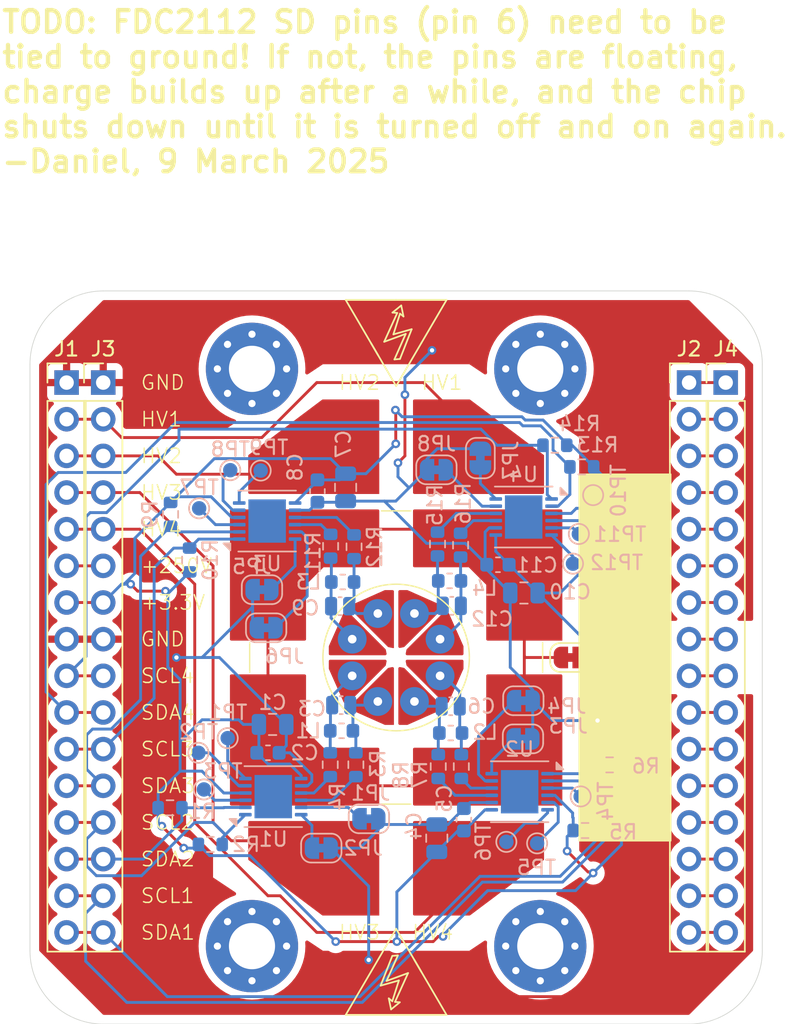
<source format=kicad_pcb>
(kicad_pcb (version 20240108) (generator "pcbnew") (generator_version "8.0")
  (layers (0 "F.Cu" signal) (31 "B.Cu" signal) (34 "B.Paste" user) (35 "F.Paste" user) (36 "B.SilkS" user "B.Silkscreen") (37 "F.SilkS" user "F.Silkscreen") (38 "B.Mask" user) (39 "F.Mask" user) (44 "Edge.Cuts" user))
  (net 0 "")
  (net 1 "SDA4")
  (net 2 "SCL1")
  (net 3 "Net-(J1-Pin_3)")
  (net 4 "SCL4")
  (net 5 "SDA2")
  (net 6 "SCL2")
  (net 7 "Net-(J1-Pin_4)")
  (net 8 "GND")
  (net 9 "Net-(J1-Pin_5)")
  (net 10 "SCL3")
  (net 11 "+250V")
  (net 12 "Net-(J1-Pin_2)")
  (net 13 "SDA3")
  (net 14 "SDA1")
  (net 15 "+3.3V")
  (net 16 "Net-(JP1-A)")
  (net 17 "Net-(J2-Pin_3)")
  (net 18 "Net-(J2-Pin_1)")
  (net 19 "Net-(J2-Pin_10)")
  (net 20 "Net-(J2-Pin_9)")
  (net 21 "Net-(J2-Pin_2)")
  (net 22 "Net-(J2-Pin_6)")
  (net 23 "Net-(J2-Pin_5)")
  (net 24 "Net-(J2-Pin_16)")
  (net 25 "Net-(J2-Pin_8)")
  (net 26 "Net-(J2-Pin_7)")
  (net 27 "Net-(J2-Pin_11)")
  (net 28 "Net-(J2-Pin_13)")
  (net 29 "Net-(J2-Pin_14)")
  (net 30 "Net-(J2-Pin_4)")
  (net 31 "Net-(J2-Pin_12)")
  (net 32 "Net-(J2-Pin_15)")
  (net 33 "Net-(JP2-A)")
  (net 34 "Net-(U1-INTB)")
  (net 35 "Net-(J5-Pin_1)")
  (net 36 "Net-(J6-Pin_1)")
  (net 37 "Net-(U1-CLKIN)")
  (net 38 "Net-(U1-IN0B)")
  (net 39 "Net-(U1-IN0A)")
  (net 40 "Net-(U1-SD)")
  (net 41 "Net-(J8-Pin_1)")
  (net 42 "Net-(J7-Pin_1)")
  (net 43 "Net-(JP3-A)")
  (net 44 "Net-(JP4-A)")
  (net 45 "Net-(U2-IN0B)")
  (net 46 "Net-(U2-IN0A)")
  (net 47 "Net-(U2-CLKIN)")
  (net 48 "Net-(U2-INTB)")
  (net 49 "Net-(U2-SD)")
  (net 50 "Net-(J9-Pin_1)")
  (net 51 "Net-(J10-Pin_1)")
  (net 52 "Net-(JP5-A)")
  (net 53 "Net-(JP6-A)")
  (net 54 "Net-(U3-IN0B)")
  (net 55 "Net-(U3-IN0A)")
  (net 56 "Net-(U3-CLKIN)")
  (net 57 "Net-(U3-INTB)")
  (net 58 "Net-(U3-SD)")
  (net 59 "Net-(J11-Pin_1)")
  (net 60 "Net-(J12-Pin_1)")
  (net 61 "Net-(JP7-A)")
  (net 62 "Net-(JP8-A)")
  (net 63 "Net-(U4-IN0B)")
  (net 64 "Net-(U4-IN0A)")
  (net 65 "Net-(U4-CLKIN)")
  (net 66 "Net-(U4-INTB)")
  (net 67 "Net-(U4-SD)")
  (footprint "levitas_local:PinHeader_1x16_P2.54mm_Vertical" (layer "F.Cu") (at 124.46 69.85)
    (property "Reference" "J3")
    (property "Value" "Conn_01x16_Pin" (hide yes))
  )
  (footprint "levitas_local:PinHeader_1x16_P2.54mm_Vertical" (layer "F.Cu") (at 165.1 69.85)
    (property "Reference" "J2")
    (property "Value" "Conn_01x16_Pin" (hide yes))
  )
  (footprint "MountingHole:MountingHole_3.2mm_M3_Pad_Via" (layer "F.Cu") (at 134.78 108.9)
    (property "Reference" "REF**" (hide yes))
    (property "Value" "MountingHole_3.2mm_M3_Pad_Via" (hide yes))
  )
  (footprint "MountingHole:MountingHole_3.2mm_M3_Pad_Via" (layer "F.Cu") (at 154.78 108.9)
    (property "Reference" "REF**" (hide yes))
    (property "Value" "MountingHole_3.2mm_M3_Pad_Via" (hide yes))
  )
  (footprint "MountingHole:MountingHole_3.2mm_M3_Pad_Via" (layer "F.Cu") (at 154.78 68.9)
    (property "Reference" "REF**" (hide yes))
    (property "Value" "MountingHole_3.2mm_M3_Pad_Via" (hide yes))
  )
  (footprint "MountingHole:MountingHole_3.2mm_M3_Pad_Via" (layer "F.Cu") (at 134.78 68.9)
    (property "Reference" "REF**" (hide yes))
    (property "Value" "MountingHole_3.2mm_M3_Pad_Via" (hide yes))
  )
  (footprint "Jumper:SolderJumper-2_P1.3mm_Bridged_RoundedPad1.0x1.5mm" (layer "F.Cu") (at 156.86 88.9)
    (property "Reference" "REF**" (hide yes))
    (property "Value" "SolderJumper-2_P1.3mm_Bridged_RoundedPad1.0x1.5mm" (hide yes))
  )
  (footprint "levitas_local:cap_sensor" (layer "F.Cu") (at 141.732 90.17)
    (property "Reference" "J6" (hide yes))
    (property "Value" "Conn_01x01_Pin" (hide yes))
  )
  (footprint "levitas_local:PinHeader_1x16_P2.54mm_Vertical" (layer "F.Cu") (at 167.64 69.85)
    (property "Reference" "J4")
    (property "Value" "Conn_01x16_Pin" (hide yes))
  )
  (footprint "levitas_local:cap_sensor" (layer "F.Cu") (at 143.51 91.948)
    (property "Reference" "J5" (hide yes))
    (property "Value" "Conn_01x01_Pin" (hide yes))
  )
  (footprint "levitas_local:PinHeader_1x16_P2.54mm_Vertical" (layer "F.Cu") (at 121.92 69.85)
    (property "Reference" "J1")
    (property "Value" "Conn_01x16_Pin" (hide yes))
  )
  (footprint "TestPoint:TestPoint_Pad_D1.0mm" (layer "B.Cu") (at 154.559 101.7778 180)
    (property "Reference" "TP5")
    (property "Value" "TestPoint" (hide yes))
  )
  (footprint "TestPoint:TestPoint_Pad_D1.0mm" (layer "B.Cu") (at 135.382 75.946 180)
    (property "Reference" "TP9")
    (property "Value" "TestPoint" (hide yes))
  )
  (footprint "Resistor_SMD:R_0603_1608Metric" (layer "B.Cu") (at 147.6502 81.0392 90)
    (property "Reference" "R15")
    (property "Value" "470")
  )
  (footprint "Jumper:SolderJumper-2_P1.3mm_Bridged_RoundedPad1.0x1.5mm" (layer "B.Cu") (at 135.763 86.8426 180)
    (property "Reference" "JP6")
    (property "Value" "SolderJumper_2_Bridged" (hide yes))
  )
  (footprint "Jumper:SolderJumper-2_P1.3mm_Bridged_RoundedPad1.0x1.5mm" (layer "B.Cu") (at 142.89 100.076)
    (property "Reference" "JP1")
    (property "Value" "SolderJumper_2_Bridged" (hide yes))
  )
  (footprint "levitas_local:cap_sensor" (layer "B.Cu") (at 141.732 87.63 180)
    (property "Reference" "J9" (hide yes))
    (property "Value" "Conn_01x01_Pin" (hide yes))
  )
  (footprint "Resistor_SMD:R_0603_1608Metric" (layer "B.Cu") (at 140.2334 81.1916 90)
    (property "Reference" "R11")
    (property "Value" "470")
  )
  (footprint "levitas_local:cap_sensor" (layer "B.Cu") (at 147.828 90.17 180)
    (property "Reference" "J7" (hide yes))
    (property "Value" "Conn_01x01_Pin" (hide yes))
  )
  (footprint "levitas_local:cap_sensor" (layer "B.Cu") (at 146.05 91.948 180)
    (property "Reference" "J8" (hide yes))
    (property "Value" "Conn_01x01_Pin" (hide yes))
  )
  (footprint "Jumper:SolderJumper-2_P1.3mm_Bridged_RoundedPad1.0x1.5mm" (layer "B.Cu") (at 135.4732 84.201 180)
    (property "Reference" "JP5")
    (property "Value" "SolderJumper_2_Bridged" (hide yes))
  )
  (footprint "levitas_local:WSON-12-1EP_4x4mm_P0.5mm_EP2.6x3mm" (layer "B.Cu") (at 153.3469 98.2018 180)
    (property "Reference" "U2")
    (property "Value" "FDC2112")
  )
  (footprint "Capacitor_SMD:C_0603_1608Metric" (layer "B.Cu") (at 135.89 95.504)
    (property "Reference" "C2")
    (property "Value" "100n")
  )
  (footprint "Capacitor_SMD:C_0805_2012Metric" (layer "B.Cu") (at 141.2748 77.1144 -90)
    (property "Reference" "C7")
    (property "Value" "4.7u")
  )
  (footprint "levitas_local:WSON-12-1EP_4x4mm_P0.5mm_EP2.6x3mm" (layer "B.Cu") (at 153.6263 79.1664 180)
    (property "Reference" "U4")
    (property "Value" "FDC2112")
  )
  (footprint "TestPoint:TestPoint_Pad_D1.0mm" (layer "B.Cu") (at 157.5816 98.5266 180)
    (property "Reference" "TP4")
    (property "Value" "TestPoint" (hide yes))
  )
  (footprint "Inductor_SMD:L_0603_1608Metric" (layer "B.Cu") (at 148.4884 83.5914)
    (property "Reference" "L4")
    (property "Value" "18u")
  )
  (footprint "TestPoint:TestPoint_Pad_D1.0mm" (layer "B.Cu") (at 158.4452 77.6478 180)
    (property "Reference" "TP10")
    (property "Value" "TestPoint" (hide yes))
  )
  (footprint "Jumper:SolderJumper-2_P1.3mm_Bridged_RoundedPad1.0x1.5mm" (layer "B.Cu") (at 150.622 75.0824 90)
    (property "Reference" "JP7")
    (property "Value" "SolderJumper_2_Bridged" (hide yes))
  )
  (footprint "Jumper:SolderJumper-2_P1.3mm_Bridged_RoundedPad1.0x1.5mm" (layer "B.Cu") (at 153.5788 94.5388)
    (property "Reference" "JP3")
    (property "Value" "SolderJumper_2_Bridged" (hide yes))
  )
  (footprint "Jumper:SolderJumper-2_P1.3mm_Bridged_RoundedPad1.0x1.5mm" (layer "B.Cu") (at 139.588 102.108)
    (property "Reference" "JP2")
    (property "Value" "SolderJumper_2_Bridged" (hide yes))
  )
  (footprint "TestPoint:TestPoint_Pad_D1.0mm" (layer "B.Cu") (at 157.0482 82.3976 180)
    (property "Reference" "TP12")
    (property "Value" "TestPoint" (hide yes))
  )
  (footprint "levitas_local:cap_sensor" (layer "B.Cu") (at 147.828 87.63 180)
    (property "Reference" "J12" (hide yes))
    (property "Value" "Conn_01x01_Pin")
  )
  (footprint "Resistor_SMD:R_0603_1608Metric" (layer "B.Cu") (at 149.3012 96.456 -90)
    (property "Reference" "R7")
    (property "Value" "470")
  )
  (footprint "Inductor_SMD:L_0603_1608Metric" (layer "B.Cu") (at 141.0717 83.6676)
    (property "Reference" "L3")
    (property "Value" "18u")
  )
  (footprint "Resistor_SMD:R_0603_1608Metric" (layer "B.Cu") (at 157.6578 75.692 180)
    (property "Reference" "R13")
    (property "Value" "4.7k")
  )
  (footprint "TestPoint:TestPoint_Pad_D1.0mm" (layer "B.Cu") (at 157.4546 80.3402 180)
    (property "Reference" "TP11")
    (property "Value" "TestPoint" (hide yes))
  )
  (footprint "TestPoint:TestPoint_Pad_D1.0mm" (layer "B.Cu") (at 131.064 95.504 180)
    (property "Reference" "TP2")
    (property "Value" "TestPoint" (hide yes))
  )
  (footprint "Resistor_SMD:R_0603_1608Metric" (layer "B.Cu") (at 155.7904 74.1934 180)
    (property "Reference" "R14")
    (property "Value" "4.7k")
  )
  (footprint "Resistor_SMD:R_0603_1608Metric" (layer "B.Cu") (at 130.4544 82.1436 90)
    (property "Reference" "R10")
    (property "Value" "4.7k")
  )
  (footprint "Capacitor_SMD:C_0603_1608Metric" (layer "B.Cu") (at 149.479 100.1398 90)
    (property "Reference" "C5")
    (property "Value" "100n")
  )
  (footprint "Inductor_SMD:L_0603_1608Metric" (layer "B.Cu") (at 148.5645 94.1324 180)
    (property "Reference" "L2")
    (property "Value" "18u")
  )
  (footprint "TestPoint:TestPoint_Pad_D1.0mm" (layer "B.Cu") (at 152.4254 101.6762 180)
    (property "Reference" "TP6")
    (property "Value" "TestPoint" (hide yes))
  )
  (footprint "Capacitor_SMD:C_0504_1310Metric_Pad0.83x1.28mm_HandSolder" (layer "B.Cu") (at 140.97 92.202 180)
    (property "Reference" "C3")
    (property "Value" "33p")
  )
  (footprint "Capacitor_SMD:C_0504_1310Metric_Pad0.83x1.28mm_HandSolder" (layer "B.Cu") (at 148.6408 85.3186)
    (property "Reference" "C12")
    (property "Value" "33p")
  )
  (footprint "Resistor_SMD:R_0603_1608Metric" (layer "B.Cu") (at 157.8864 100.8888)
    (property "Reference" "R5")
    (property "Value" "4.7k")
  )
  (footprint "levitas_local:cap_sensor" (layer "B.Cu") (at 146.05 85.852 180)
    (property "Reference" "J11" (hide yes))
    (property "Value" "Conn_01x01_Pin" (hide yes))
  )
  (footprint "Capacitor_SMD:C_0805_2012Metric" (layer "B.Cu") (at 153.6446 84.4296 180)
    (property "Reference" "C10")
    (property "Value" "4.7u")
  )
  (footprint "Resistor_SMD:R_0603_1608Metric" (layer "B.Cu") (at 141.859 81.2292 90)
    (property "Reference" "R12")
    (property "Value" "470")
  )
  (footprint "Capacitor_SMD:C_0805_2012Metric" (layer "B.Cu") (at 136.21 93.538)
    (property "Reference" "C1")
    (property "Value" "4.7u")
  )
  (footprint "Capacitor_SMD:C_0504_1310Metric_Pad0.83x1.28mm_HandSolder" (layer "B.Cu") (at 148.5646 92.2782 180)
    (property "Reference" "C6")
    (property "Value" "33p")
  )
  (footprint "Capacitor_SMD:C_0603_1608Metric" (layer "B.Cu") (at 139.319 77.3684 -90)
    (property "Reference" "C8")
    (property "Value" "100n")
  )
  (footprint "Resistor_SMD:R_0603_1608Metric" (layer "B.Cu") (at 149.2504 81.1154 90)
    (property "Reference" "R16")
    (property "Value" "470")
  )
  (footprint "Jumper:SolderJumper-2_P1.3mm_Bridged_RoundedPad1.0x1.5mm" (layer "B.Cu") (at 147.574 75.8952 180)
    (property "Reference" "JP8")
    (property "Value" "SolderJumper_2_Bridged" (hide yes))
  )
  (footprint "TestPoint:TestPoint_Pad_D1.0mm" (layer "B.Cu") (at 131.1148 78.5622 180)
    (property "Reference" "TP7")
    (property "Value" "TestPoint" (hide yes))
  )
  (footprint "levitas_local:WSON-12-1EP_4x4mm_P0.5mm_EP2.6x3mm" (layer "B.Cu") (at 135.8321 79.4458)
    (property "Reference" "U3")
    (property "Value" "FDC2112")
  )
  (footprint "levitas_local:cap_sensor" (layer "B.Cu") (at 143.51 85.852 180)
    (property "Reference" "J10" (hide yes))
    (property "Value" "Conn_01x01_Pin" (hide yes))
  )
  (footprint "Resistor_SMD:R_0603_1608Metric" (layer "B.Cu") (at 131.889 101.854)
    (property "Reference" "R2")
    (property "Value" "4.7k")
  )
  (footprint "Resistor_SMD:R_0603_1608Metric" (layer "B.Cu") (at 129.095 99.314)
    (property "Reference" "R1")
    (property "Value" "4.7k")
  )
  (footprint "Resistor_SMD:R_0603_1608Metric" (layer "B.Cu") (at 141.986 96.329 -90)
    (property "Reference" "R3")
    (property "Value" "470")
  )
  (footprint "Resistor_SMD:R_0603_1608Metric" (layer "B.Cu") (at 140.208 96.329 -90)
    (property "Reference" "R4")
    (property "Value" "470")
  )
  (footprint "Resistor_SMD:R_0603_1608Metric" (layer "B.Cu") (at 129.1336 78.9808 -90)
    (property "Reference" "R9")
    (property "Value" "4.7k")
  )
  (footprint "Jumper:SolderJumper-2_P1.3mm_Bridged_RoundedPad1.0x1.5mm" (layer "B.Cu") (at 153.6042 91.8972)
    (property "Reference" "JP4")
    (property "Value" "SolderJumper_2_Bridged" (hide yes))
  )
  (footprint "Capacitor_SMD:C_0504_1310Metric_Pad0.83x1.28mm_HandSolder" (layer "B.Cu") (at 140.8938 85.344)
    (property "Reference" "C9")
    (property "Value" "33p")
  )
  (footprint "Capacitor_SMD:C_0603_1608Metric" (layer "B.Cu") (at 151.8412 82.4738 180)
    (property "Reference" "C11")
    (property "Value" "100n")
  )
  (footprint "levitas_local:WSON-12-1EP_4x4mm_P0.5mm_EP2.6x3mm" (layer "B.Cu") (at 136.256 98.54)
    (property "Reference" "U1")
    (property "Value" "FDC2112")
  )
  (footprint "TestPoint:TestPoint_Pad_D1.0mm" (layer "B.Cu") (at 131.445 98.044 180)
    (property "Reference" "TP3")
    (property "Value" "TestPoint" (hide yes))
  )
  (footprint "Capacitor_SMD:C_0805_2012Metric" (layer "B.Cu") (at 147.5994 101.4222 90)
    (property "Reference" "C4")
    (property "Value" "4.7u")
  )
  (footprint "Resistor_SMD:R_0603_1608Metric" (layer "B.Cu") (at 147.701 96.456 -90)
    (property "Reference" "R8")
    (property "Value" "470")
  )
  (footprint "TestPoint:TestPoint_Pad_D1.0mm" (layer "B.Cu") (at 133.096 94.488 180)
    (property "Reference" "TP1")
    (property "Value" "TestPoint" (hide yes))
  )
  (footprint "Inductor_SMD:L_0603_1608Metric" (layer "B.Cu") (at 140.9955 93.98 180)
    (property "Reference" "L1")
    (property "Value" "18u")
  )
  (footprint "Resistor_SMD:R_0603_1608Metric" (layer "B.Cu") (at 159.5882 96.3422 180)
    (property "Reference" "R6")
    (property "Value" "4.7k")
  )
  (footprint "TestPoint:TestPoint_Pad_D1.0mm" (layer "B.Cu") (at 133.2738 75.9206 180)
    (property "Reference" "TP8")
    (property "Value" "TestPoint" (hide yes))
  )
  (gr_poly (pts (xy 147.828 92.456) (xy 147.7772 92.202) (xy 145.288 89.7128) (xy 145.034 89.662) (xy 145.034 93.472) (xy 145.542 93.472)) (stroke (width 0.2)) (fill solid) (layer "F.Cu") (net 41))
  (gr_poly (pts (xy 144.526 89.662) (xy 144.272 89.7128) (xy 141.7828 92.202) (xy 141.732 92.456) (xy 144.018 93.472) (xy 144.526 93.472)) (stroke (width 0.2)) (fill solid) (layer "F.Cu") (net 35))
  (gr_poly (pts (xy 154.94 102.87) (xy 154.94 100.33) (xy 146.05 100.33) (xy 146.05 106.68) (xy 149.86 106.68)) (stroke (width 0.2)) (fill solid) (layer "F.Cu") (net 9))
  (gr_poly (pts (xy 134.62 77.47) (xy 143.51 77.47) (xy 143.51 71.12) (xy 139.7 71.12) (xy 134.62 74.93)) (stroke (width 0.2)) (fill solid) (layer "F.Cu") (net 3))
  (gr_poly (pts (xy 148.336 85.852) (xy 148.082 85.9028) (xy 145.5928 88.392) (xy 145.542 88.646) (xy 149.352 88.646) (xy 149.352 88.138)) (stroke (width 0.2)) (fill solid) (layer "F.Cu") (net 60))
  (gr_poly (pts (xy 134.62 102.87) (xy 134.62 100.33) (xy 143.51 100.33) (xy 143.51 106.68) (xy 139.7 106.68)) (stroke (width 0.2)) (fill solid) (layer "F.Cu") (net 7))
  (gr_poly (pts (xy 146.05 95.25) (xy 149.86 95.25) (xy 151.13 93.98) (xy 151.13 90.17) (xy 156.21 90.17) (xy 156.21 99.06) (xy 146.05 99.06)) (stroke (width 0.2)) (fill solid) (layer "F.Cu") (net 8))
  (gr_poly (pts (xy 151.13 87.63) (xy 151.13 83.82) (xy 149.86 82.55) (xy 146.05 82.55) (xy 146.05 78.74) (xy 156.21 78.74) (xy 156.21 87.63)) (stroke (width 0.2)) (fill solid) (layer "F.Cu") (net 8))
  (gr_poly (pts (xy 141.732 85.344) (xy 141.7828 85.598) (xy 144.272 88.0872) (xy 144.526 88.138) (xy 144.526 84.328) (xy 144.018 84.328)) (stroke (width 0.2)) (fill solid) (layer "F.Cu") (net 51))
  (gr_poly (pts (xy 143.51 82.55) (xy 139.7 82.55) (xy 138.43 83.82) (xy 138.43 87.63) (xy 133.35 87.63) (xy 133.35 78.74) (xy 143.51 78.74)) (stroke (width 0.2)) (fill solid) (layer "F.Cu") (net 8))
  (gr_poly (pts (xy 144.018 88.646) (xy 143.9672 88.392) (xy 141.478 85.9028) (xy 141.224 85.852) (xy 140.208 88.138) (xy 140.208 88.646)) (stroke (width 0.2)) (fill solid) (layer "F.Cu") (net 50))
  (gr_poly (pts (xy 145.542 89.154) (xy 145.5928 89.408) (xy 148.082 91.8972) (xy 148.336 91.948) (xy 149.352 89.662) (xy 149.352 89.154)) (stroke (width 0.2)) (fill solid) (layer "F.Cu") (net 42))
  (gr_poly (pts (xy 141.224 91.948) (xy 141.478 91.8972) (xy 143.9672 89.408) (xy 144.018 89.154) (xy 140.208 89.154) (xy 140.208 89.662)) (stroke (width 0.2)) (fill solid) (layer "F.Cu") (net 36))
  (gr_poly (pts (xy 154.94 77.47) (xy 146.05 77.47) (xy 146.05 71.12) (xy 149.86 71.12) (xy 154.94 74.93)) (stroke (width 0.2)) (fill solid) (layer "F.Cu") (net 12))
  (gr_poly (pts (xy 145.034 88.138) (xy 145.288 88.0872) (xy 147.7772 85.598) (xy 147.828 85.344) (xy 145.542 84.328) (xy 145.034 84.328)) (stroke (width 0.2)) (fill solid) (layer "F.Cu") (net 59))
  (gr_poly (pts (xy 138.43 90.17) (xy 138.43 93.98) (xy 139.7 95.25) (xy 143.51 95.25) (xy 143.51 99.06) (xy 133.35 99.06) (xy 133.35 90.17)) (stroke (width 0.2)) (fill solid) (layer "F.Cu") (net 8))
  (gr_line (start 144.900915 109.542856) (end 144.514362 109.575422) (stroke (width 0.12)) (layer "F.SilkS"))
  (gr_line (start 143.527982 67.955413) (end 141.282064 64.124588) (stroke (width 0.12)) (layer "F.SilkS"))
  (gr_line (start 145.290163 65.26974) (end 145.132072 64.50553) (stroke (width 0.12)) (layer "F.SilkS"))
  (gr_line (start 144.78 64.124588) (end 148.277937 64.124588) (stroke (width 0.12)) (layer "F.SilkS"))
  (gr_line (start 145.609473 110.765189) (end 144.115139 111.314954) (stroke (width 0.12)) (layer "F.SilkS"))
  (gr_line (start 144.588657 66.511268) (end 145.04754 65.070949) (stroke (width 0.12)) (layer "F.SilkS"))
  (gr_line (start 145.444861 66.474634) (end 144.659085 68.246732) (stroke (width 0.12)) (layer "F.SilkS"))
  (gr_line (start 146.032018 109.834175) (end 148.277936 113.665) (stroke (width 0.12)) (layer "F.SilkS"))
  (gr_line (start 145.858859 66.150903) (end 144.588657 66.511268) (stroke (width 0.12)) (layer "F.SilkS"))
  (gr_line (start 144.427928 113.284058) (end 145.036183 112.789712) (stroke (width 0.12)) (layer "F.SilkS"))
  (gr_line (start 143.031031 110.681816) (end 144.78 107.69863) (stroke (width 0.12)) (layer "F.SilkS"))
  (gr_line (start 144.78 70.090958) (end 143.031032 67.107773) (stroke (width 0.12)) (layer "F.SilkS"))
  (gr_line (start 143.950527 67.024399) (end 145.444861 66.474634) (stroke (width 0.12)) (layer "F.SilkS"))
  (gr_line (start 144.514362 109.575422) (end 143.701141 111.638685) (stroke (width 0.12)) (layer "F.SilkS"))
  (gr_line (start 148.277937 64.124588) (end 146.528969 67.107772) (stroke (width 0.12)) (layer "F.SilkS"))
  (gr_line (start 145.036183 112.789712) (end 144.701391 112.766011) (stroke (width 0.12)) (layer "F.SilkS"))
  (gr_line (start 144.78 113.665) (end 141.282063 113.665) (stroke (width 0.12)) (layer "F.SilkS"))
  (gr_line (start 144.78 107.69863) (end 146.528968 110.681815) (stroke (width 0.12)) (layer "F.SilkS"))
  (gr_line (start 143.701141 111.638685) (end 144.971343 111.27832) (stroke (width 0.12)) (layer "F.SilkS"))
  (gr_line (start 144.858609 65.023577) (end 143.950527 67.024399) (stroke (width 0.12)) (layer "F.SilkS"))
  (gr_line (start 143.764 99.06) (end 145.796 99.06) (stroke (width 0.1)) (layer "F.SilkS"))
  (gr_line (start 144.115139 111.314954) (end 144.900915 109.542856) (stroke (width 0.12)) (layer "F.SilkS"))
  (gr_line (start 143.764 78.74) (end 145.796 78.74) (stroke (width 0.1)) (layer "F.SilkS"))
  (gr_line (start 145.132072 64.50553) (end 144.523817 64.999876) (stroke (width 0.12)) (layer "F.SilkS"))
  (gr_line (start 144.51246 112.718639) (end 144.269837 112.519848) (stroke (width 0.12)) (layer "F.SilkS"))
  (gr_line (start 141.282063 113.665) (end 143.031031 110.681816) (stroke (width 0.12)) (layer "F.SilkS"))
  (gr_line (start 134.62 87.884) (end 134.62 89.916) (stroke (width 0.1)) (layer "F.SilkS"))
  (gr_line (start 148.277936 113.665) (end 144.78 113.665) (stroke (width 0.12)) (layer "F.SilkS"))
  (gr_line (start 154.94 87.884) (end 154.94 89.916) (stroke (width 0.1)) (layer "F.SilkS"))
  (gr_line (start 145.04754 65.070949) (end 145.290163 65.26974) (stroke (width 0.12)) (layer "F.SilkS"))
  (gr_line (start 146.528969 67.107772) (end 144.78 70.090958) (stroke (width 0.12)) (layer "F.SilkS"))
  (gr_line (start 144.659085 68.246732) (end 145.045638 68.214166) (stroke (width 0.12)) (layer "F.SilkS"))
  (gr_rect (start 157.48 76.2) (end 163.83 101.6) (stroke (width 0.1)) (fill solid) (layer "F.SilkS"))
  (gr_line (start 144.523817 64.999876) (end 144.858609 65.023577) (stroke (width 0.12)) (layer "F.SilkS"))
  (gr_line (start 141.282064 64.124588) (end 144.78 64.124588) (stroke (width 0.12)) (layer "F.SilkS"))
  (gr_line (start 145.045638 68.214166) (end 145.858859 66.150903) (stroke (width 0.12)) (layer "F.SilkS"))
  (gr_line (start 144.269837 112.519848) (end 144.427928 113.284058) (stroke (width 0.12)) (layer "F.SilkS"))
  (gr_circle (center 144.78 88.9) (end 149.86 88.9) (stroke (width 0.1)) (fill none) (layer "F.SilkS"))
  (gr_line (start 144.701391 112.766011) (end 145.609473 110.765189) (stroke (width 0.12)) (layer "F.SilkS"))
  (gr_line (start 144.971343 111.27832) (end 144.51246 112.718639) (stroke (width 0.12)) (layer "F.SilkS"))
  (gr_line (start 170.18 109.22) (end 170.18 68.58) (stroke (width 0.05)) (layer "Edge.Cuts"))
  (gr_arc (start 119.38 68.58) (mid 120.867898 64.987898) (end 124.46 63.5) (stroke (width 0.05)) (layer "Edge.Cuts"))
  (gr_line (start 124.46 63.5) (end 165.1 63.5) (stroke (width 0.05)) (layer "Edge.Cuts"))
  (gr_arc (start 165.1 63.5) (mid 168.692102 64.987898) (end 170.18 68.58) (stroke (width 0.05)) (layer "Edge.Cuts"))
  (gr_arc (start 170.18 109.22) (mid 168.692102 112.812102) (end 165.1 114.3) (stroke (width 0.05)) (layer "Edge.Cuts"))
  (gr_line (start 124.46 114.3) (end 165.1 114.3) (stroke (width 0.05)) (layer "Edge.Cuts"))
  (gr_line (start 119.38 68.58) (end 119.38 109.22) (stroke (width 0.05)) (layer "Edge.Cuts"))
  (gr_arc (start 124.46 114.3) (mid 120.867898 112.812102) (end 119.38 109.22) (stroke (width 0.05)) (layer "Edge.Cuts"))
  (gr_text "HV2" (at 142.24 69.85 0) (layer "F.SilkS") (effects (font (size 1 1) (thickness 0.1))))
  (gr_text "HV2" (at 127 74.93 0) (layer "F.SilkS") (effects (font (size 1 1) (thickness 0.1)) (justify left)))
  (gr_text "SDA4" (at 127 92.71 0) (layer "F.SilkS") (effects (font (size 1 1) (thickness 0.1)) (justify left)))
  (gr_text "+250V" (at 127 82.55 0) (layer "F.SilkS") (effects (font (size 1 1) (thickness 0.1)) (justify left)))
  (gr_text "SCL2" (at 127 100.33 0) (layer "F.SilkS") (effects (font (size 1 1) (thickness 0.1)) (justify left)))
  (gr_text "SDA3" (at 127 97.79 0) (layer "F.SilkS") (effects (font (size 1 1) (thickness 0.1)) (justify left)))
  (gr_text "HV4" (at 147.32 107.95 0) (layer "F.SilkS") (effects (font (size 1 1) (thickness 0.1))))
  (gr_text "SDA2" (at 127 102.87 0) (layer "F.SilkS") (effects (font (size 1 1) (thickness 0.1)) (justify left)))
  (gr_text "GND" (at 127 69.85 0) (layer "F.SilkS") (effects (font (size 1 1) (thickness 0.1)) (justify left)))
  (gr_text "SDA1" (at 127 107.95 0) (layer "F.SilkS") (effects (font (size 1 1) (thickness 0.1)) (justify left)))
  (gr_text "SCL4" (at 127 90.17 0) (layer "F.SilkS") (effects (font (size 1 1) (thickness 0.1)) (justify left)))
  (gr_text "GND" (at 127 87.63 0) (layer "F.SilkS") (effects (font (size 1 1) (thickness 0.1)) (justify left)))
  (gr_text "TODO: FDC2112 SD pins (pin 6) need to be\ntied to ground! If not, the pins are floating,\ncharge builds up after a while, and the chip\nshuts down until it is turned off and on again.\n-Daniel, 9 March 2025" (at 117.3 55.4 0) (layer "F.SilkS") (effects (font (size 1.5 1.5) (thickness 0.3) (bold yes)) (justify left bottom)))
  (gr_text "HV3" (at 127 77.47 0) (layer "F.SilkS") (effects (font (size 1 1) (thickness 0.1)) (justify left)))
  (gr_text "SCL3" (at 127 95.25 0) (layer "F.SilkS") (effects (font (size 1 1) (thickness 0.1)) (justify left)))
  (gr_text "HV4" (at 127 80.01 0) (layer "F.SilkS") (effects (font (size 1 1) (thickness 0.1)) (justify left)))
  (gr_text "HV1" (at 147.955 69.85 0) (layer "F.SilkS") (effects (font (size 1 1) (thickness 0.1))))
  (gr_text "HV3" (at 142.24 107.95 0) (layer "F.SilkS") (effects (font (size 1 1) (thickness 0.1))))
  (gr_text "SCL1" (at 127 105.41 0) (layer "F.SilkS") (effects (font (size 1 1) (thickness 0.1)) (justify left)))
  (gr_text "+3.3V" (at 127 85.09 0) (layer "F.SilkS") (effects (font (size 1 1) (thickness 0.1)) (justify left)))
  (gr_text "HV1" (at 127 72.39 0) (layer "F.SilkS") (effects (font (size 1 1) (thickness 0.1)) (justify left)))
  (segment (start 124.46 92.71) (end 121.92 92.71) (width 0.2) (layer "F.Cu") (net 1))
  (segment (start 121.3288 76.08) (end 120.4976 76.9112) (width 0.2) (layer "B.Cu") (net 1))
  (segment (start 156.8328 77.599286) (end 156.8328 75.692) (width 0.2) (layer "B.Cu") (net 1))
  (segment (start 154.806848 72.8472) (end 153.5684 72.8472) (width 0.2) (layer "B.Cu") (net 1))
  (segment (start 155.6654 73.705752) (end 154.806848 72.8472) (width 0.2) (layer "B.Cu") (net 1))
  (segment (start 129.4892 72.6186) (end 126.0278 76.08) (width 0.2) (layer "B.Cu") (net 1))
  (segment (start 156.015686 78.4164) (end 156.8328 77.599286) (width 0.2) (layer "B.Cu") (net 1))
  (segment (start 153.5684 72.8472) (end 153.3398 72.6186) (width 0.2) (layer "B.Cu") (net 1))
  (segment (start 126.0278 76.08) (end 121.3288 76.08) (width 0.2) (layer "B.Cu") (net 1))
  (segment (start 120.4976 76.9112) (end 120.4976 91.2876) (width 0.2) (layer "B.Cu") (net 1))
  (segment (start 153.3398 72.6186) (end 129.4892 72.6186) (width 0.2) (layer "B.Cu") (net 1))
  (segment (start 155.6654 74.5246) (end 155.6654 73.705752) (width 0.2) (layer "B.Cu") (net 1))
  (segment (start 155.5638 78.4164) (end 156.015686 78.4164) (width 0.2) (layer "B.Cu") (net 1))
  (segment (start 120.4976 91.2876) (end 121.92 92.71) (width 0.2) (layer "B.Cu") (net 1))
  (segment (start 156.8328 75.692) (end 155.6654 74.5246) (width 0.2) (layer "B.Cu") (net 1))
  (segment (start 121.92 105.41) (end 124.46 105.41) (width 0.2) (layer "F.Cu") (net 2))
  (segment (start 159.4114 101.377286) (end 156.324886 104.4638) (width 0.2) (layer "B.Cu") (net 2))
  (segment (start 126.096346 112.8) (end 123.2408 109.944454) (width 0.2) (layer "B.Cu") (net 2))
  (segment (start 159.4114 96.9904) (end 159.4114 101.377286) (width 0.2) (layer "B.Cu") (net 2))
  (segment (start 156.324886 104.4638) (end 150.762286 104.4638) (width 0.2) (layer "B.Cu") (net 2))
  (segment (start 155.2844 96.9518) (end 158.1536 96.9518) (width 0.2) (layer "B.Cu") (net 2))
  (segment (start 150.762286 104.4638) (end 142.426086 112.8) (width 0.2) (layer "B.Cu") (net 2))
  (segment (start 158.1536 96.9518) (end 158.7632 96.3422) (width 0.2) (layer "B.Cu") (net 2))
  (segment (start 123.2408 106.6292) (end 124.46 105.41) (width 0.2) (layer "B.Cu") (net 2))
  (segment (start 158.7632 96.3422) (end 159.4114 96.9904) (width 0.2) (layer "B.Cu") (net 2))
  (segment (start 123.2408 109.944454) (end 123.2408 106.6292) (width 0.2) (layer "B.Cu") (net 2))
  (segment (start 142.426086 112.8) (end 126.096346 112.8) (width 0.2) (layer "B.Cu") (net 2))
  (segment (start 129.54 76.2) (end 139.065 76.2) (width 0.2) (layer "F.Cu") (net 3))
  (segment (start 121.92 74.93) (end 124.46 74.93) (width 0.2) (layer "F.Cu") (net 3))
  (segment (start 128.27 74.93) (end 129.54 76.2) (width 0.2) (layer "F.Cu") (net 3))
  (segment (start 124.46 74.93) (end 128.27 74.93) (width 0.2) (layer "F.Cu") (net 3))
  (segment (start 121.92 90.17) (end 124.46 90.17) (width 0.2) (layer "F.Cu") (net 4))
  (segment (start 155.2654 77.618) (end 155.2654 74.4934) (width 0.2) (layer "B.Cu") (net 4))
  (segment (start 123.2662 88.8238) (end 121.92 90.17) (width 0.2) (layer "B.Cu") (net 4))
  (segment (start 123.5526 78.86) (end 123.2662 79.1464) (width 0.2) (layer "B.Cu") (net 4))
  (segment (start 150.659277 73.0758) (end 129.7178 73.0758) (width 0.2) (layer "B.Cu") (net 4))
  (segment (start 123.2662 79.1464) (end 123.2662 88.8238) (width 0.2) (layer "B.Cu") (net 4))
  (segment (start 155.5638 77.9164) (end 155.2654 77.618) (width 0.2) (layer "B.Cu") (net 4))
  (segment (start 151.776877 74.1934) (end 150.659277 73.0758) (width 0.2) (layer "B.Cu") (net 4))
  (segment (start 154.9654 74.1934) (end 151.776877 74.1934) (width 0.2) (layer "B.Cu") (net 4))
  (segment (start 155.2654 74.4934) (end 154.9654 74.1934) (width 0.2) (layer "B.Cu") (net 4))
  (segment (start 129.7178 73.838546) (end 124.696346 78.86) (width 0.2) (layer "B.Cu") (net 4))
  (segment (start 124.696346 78.86) (end 123.5526 78.86) (width 0.2) (layer "B.Cu") (net 4))
  (segment (start 129.7178 73.0758) (end 129.7178 73.838546) (width 0.2) (layer "B.Cu") (net 4))
  (segment (start 124.46 102.87) (end 121.92 102.87) (width 0.2) (layer "F.Cu") (net 5))
  (segment (start 129.92 99.314) (end 132.818 99.314) (width 0.2) (layer "B.Cu") (net 5))
  (segment (start 132.842 99.29) (end 134.3185 99.29) (width 0.2) (layer "B.Cu") (net 5))
  (segment (start 127.254 102.87) (end 124.46 102.87) (width 0.2) (layer "B.Cu") (net 5))
  (segment (start 129.92 99.314) (end 129.92 100.204) (width 0.2) (layer "B.Cu") (net 5))
  (segment (start 129.92 100.204) (end 127.254 102.87) (width 0.2) (layer "B.Cu") (net 5))
  (segment (start 132.818 99.314) (end 132.842 99.29) (width 0.2) (layer "B.Cu") (net 5))
  (segment (start 121.92 100.33) (end 124.46 100.33) (width 0.2) (layer "F.Cu") (net 6))
  (segment (start 132.714 101.3945) (end 132.714 101.854) (width 0.2) (layer "B.Cu") (net 6))
  (segment (start 123.31 101.48) (end 124.46 100.33) (width 0.2) (layer "B.Cu") (net 6))
  (segment (start 123.983654 104.02) (end 123.31 103.346346) (width 0.2) (layer "B.Cu") (net 6))
  (segment (start 134.3185 99.79) (end 132.92925 101.17925) (width 0.2) (layer "B.Cu") (net 6))
  (segment (start 132.08 100.33) (end 130.81 100.33) (width 0.2) (layer "B.Cu") (net 6))
  (segment (start 130.81 100.33) (end 127.12 104.02) (width 0.2) (layer "B.Cu") (net 6))
  (segment (start 123.31 103.346346) (end 123.31 101.48) (width 0.2) (layer "B.Cu") (net 6))
  (segment (start 132.92925 101.17925) (end 132.08 100.33) (width 0.2) (layer "B.Cu") (net 6))
  (segment (start 132.92925 101.17925) (end 132.714 101.3945) (width 0.2) (layer "B.Cu") (net 6))
  (segment (start 127.12 104.02) (end 123.983654 104.02) (width 0.2) (layer "B.Cu") (net 6))
  (segment (start 124.46 77.47) (end 121.92 77.47) (width 0.2) (layer "F.Cu") (net 7))
  (segment (start 132.08 100.33) (end 133.35 101.6) (width 0.2) (layer "F.Cu") (net 7))
  (segment (start 132.08 82.55) (end 132.08 100.33) (width 0.2) (layer "F.Cu") (net 7))
  (segment (start 124.46 77.47) (end 127 77.47) (width 0.2) (layer "F.Cu") (net 7))
  (segment (start 127 77.47) (end 132.08 82.55) (width 0.2) (layer "F.Cu") (net 7))
  (segment (start 133.35 101.6) (end 139.065 101.6) (width 0.2) (layer "F.Cu") (net 7))
  (segment (start 120.396 108.966) (end 120.396 87.63) (width 0.2) (layer "F.Cu") (net 8))
  (segment (start 159.4 85.71) (end 160.02 85.09) (width 0.2) (layer "F.Cu") (net 8))
  (segment (start 157.51 88.9) (end 159.4 88.9) (width 0.2) (layer "F.Cu") (net 8))
  (segment (start 153.67 85.725) (end 147.955 80.01) (width 0.2) (layer "F.Cu") (net 8))
  (segment (start 158.8516 94.234) (end 159.9692 94.234) (width 0.2) (layer "F.Cu") (net 8))
  (segment (start 159.4 88.9) (end 159.4 85.71) (width 0.2) (layer "F.Cu") (net 8))
  (segment (start 147.2692 67.6148) (end 148.1836 67.6148) (width 0.2) (layer "F.Cu") (net 8))
  (segment (start 147.955 97.79) (end 152.0825 93.6625) (width 0.2) (layer "F.Cu") (net 8))
  (segment (start 127.508 88.9) (end 126.238 87.63) (width 0.2) (layer "F.Cu") (net 8))
  (segment (start 139.7 113.03) (end 124.46 113.03) (width 0.2) (layer "F.Cu") (net 8))
  (segment (start 135.89 85.725) (end 135.89 92.075) (width 0.2) (layer "F.Cu") (net 8))
  (segment (start 158.11 112.4) (end 145.42 112.4) (width 0.2) (layer "F.Cu") (net 8))
  (segment (start 145.42 112.4) (end 142.875 109.855) (width 0.2) (layer "F.Cu") (net 8))
  (segment (start 147.955 80.01) (end 141.605 80.01) (width 0.2) (layer "F.Cu") (net 8))
  (segment (start 158.75 93.2688) (end 158.75 94.1324) (width 0.2) (layer "F.Cu") (net 8))
  (segment (start 159.4 92.09) (end 160.02 92.71) (width 0.2) (layer "F.Cu") (net 8))
  (segment (start 142.875 109.855) (end 139.7 113.03) (width 0.2) (layer "F.Cu") (net 8))
  (segment (start 145.3896 74.93) (end 145.3896 70.6882) (width 0.2) (layer "F.Cu") (net 8))
  (segment (start 129.54 88.9) (end 127.508 88.9) (width 0.2) (layer "F.Cu") (net 8))
  (segment (start 120.396 87.63) (end 121.92 87.63) (width 0.2) (layer "F.Cu") (net 8))
  (segment (start 144.907 75.4126) (end 145.3896 74.93) (width 0.2) (layer "F.Cu") (net 8))
  (segment (start 138.43 94.615) (end 138.43 95.25) (width 0.2) (layer "F.Cu") (net 8))
  (segment (start 160.02 94.2848) (end 160.02 110.49) (width 0.2) (layer "F.Cu") (net 8))
  (segment (start 124.46 87.63) (end 121.92 87.63) (width 0.2) (layer "F.Cu") (net 8))
  (segment (start 158.75 94.1324) (end 158.8516 94.234) (width 0.2) (layer "F.Cu") (net 8))
  (segment (start 159.9692 94.234) (end 160.02 94.2848) (width 0.2) (layer "F.Cu") (net 8))
  (segment (start 160.02 92.71) (end 160.02 94.2848) (width 0.2) (layer "F.Cu") (net 8))
  (segment (start 153.67 92.075) (end 151.13 94.615) (width 0.2) (layer "F.Cu") (net 8))
  (segment (start 138.43 95.25) (end 140.97 97.79) (width 0.2) (layer "F.Cu") (net 8))
  (segment (start 151.13 83.185) (end 147.955 80.01) (width 0.2) (layer "F.Cu") (net 8))
  (segment (start 140.97 97.79) (end 147.955 97.79) (width 0.2) (layer "F.Cu") (net 8))
  (segment (start 153.67 88.773) (end 153.67 85.725) (width 0.2) (layer "F.Cu") (net 8))
  (segment (start 124.46 113.03) (end 120.396 108.966) (width 0.2) (layer "F.Cu") (net 8))
  (segment (start 148.1836 67.6148) (end 148.2344 67.564) (width 0.2) (layer "F.Cu") (net 8))
  (segment (start 129.54 93.345) (end 129.54 93.98) (width 0.2) (layer "F.Cu") (net 8))
  (segment (start 126.238 87.63) (end 124.46 87.63) (width 0.2) (layer "F.Cu") (net 8))
  (segment (start 159.4 88.9) (end 159.4 92.09) (width 0.2) (layer "F.Cu") (net 8))
  (segment (start 141.605 80.01) (end 135.89 85.725) (width 0.2) (layer "F.Cu") (net 8))
  (segment (start 129.54 93.98) (end 129.54 94.615) (width 0.2) (layer "F.Cu") (net 8))
  (segment (start 156.21 88.9) (end 153.67 88.9) (width 0.2) (layer "F.Cu") (net 8))
  (segment (start 121.92 69.85) (end 124.46 69.85) (width 0.2) (layer "F.Cu") (net 8))
  (segment (start 153.67 88.773) (end 153.67 92.075) (width 0.2) (layer "F.Cu") (net 8))
  (segment (start 160.02 110.49) (end 158.11 112.4) (width 0.2) (layer "F.Cu") (net 8))
  (segment (start 135.89 92.075) (end 138.43 94.615) (width 0.2) (layer "F.Cu") (net 8))
  (segment (start 153.67 88.9) (end 153.67 88.773) (width 0.2) (layer "F.Cu") (net 8))
  (via (at 158.75 93.2688) (size 0.6) (drill 0.3) (layers "F.Cu" "B.Cu") (net 8))
  (via (at 129.54 88.9) (size 0.6) (drill 0.3) (layers "F.Cu" "B.Cu") (net 8))
  (via (at 144.907 75.4126) (size 0.6) (drill 0.3) (layers "F.Cu" "B.Cu") (net 8))
  (via (at 142.875 109.855) (size 0.6) (drill 0.3) (layers "F.Cu" "B.Cu") (net 8))
  (via (at 145.3896 70.6882) (size 0.6) (drill 0.3) (layers "F.Cu" "B.Cu") (net 8))
  (via (at 147.2692 67.6148) (size 0.6) (drill 0.3) (layers "F.Cu" "B.Cu") (net 8))
  (segment (start 134.8232 84.201) (end 134.8232 85.3948) (width 0.2) (layer "B.Cu") (net 8))
  (segment (start 138.645386 97.79) (end 138.931 97.504386) (width 0.2) (layer "B.Cu") (net 8))
  (segment (start 144.907 76.3778) (end 144.907 75.4126) (width 0.2) (layer "B.Cu") (net 8))
  (segment (start 131.318 88.9) (end 129.54 88.9) (width 0.2) (layer "B.Cu") (net 8))
  (segment (start 146.924 75.8952) (end 145.6742 77.145) (width 0.2) (layer "B.Cu") (net 8))
  (segment (start 142.875 104.745) (end 142.875 104.775) (width 0.2) (layer "B.Cu") (net 8))
  (segment (start 145.6742 77.145) (end 144.7548 78.0644) (width 0.2) (layer "B.Cu") (net 8))
  (segment (start 139.319 78.1434) (end 141.1958 78.1434) (width 0.2) (layer "B.Cu") (net 8))
  (segment (start 143.9672 78.0644) (end 141.2748 78.0644) (width 0.2) (layer "B.Cu") (net 8))
  (segment (start 137.16 95.009) (end 136.665 95.504) (width 0.2) (layer "B.Cu") (net 8))
  (segment (start 143.54 100.831) (end 143.54 100.076) (width 0.2) (layer "B.Cu") (net 8))
  (segment (start 149.5828 80.9904) (end 146.8932 80.9904) (width 0.2) (layer "B.Cu") (net 8))
  (segment (start 132.522 88.9) (end 131.318 88.9) (width 0.2) (layer "B.Cu") (net 8))
  (segment (start 140.238 102.108) (end 142.263 102.108) (width 0.2) (layer "B.Cu") (net 8))
  (segment (start 145.6742 77.145) (end 144.907 76.3778) (width 0.2) (layer "B.Cu") (net 8))
  (segment (start 150.622 74.4324) (end 147.6318 74.4324) (width 0.2) (layer "B.Cu") (net 8))
  (segment (start 154.2542 91.8972) (end 154.2542 91.1422) (width 0.2) (layer "B.Cu") (net 8))
  (segment (start 146.924 75.1402) (end 146.924 75.8952) (width 0.2) (layer "B.Cu") (net 8))
  (segment (start 155.6258 93.2688) (end 158.75 93.2688) (width 0.2) (layer "B.Cu") (net 8))
  (segment (start 154.2542 94.5134) (end 154.2288 94.5388) (width 0.2) (layer "B.Cu") (net 8))
  (segment (start 145.3896 69.4944) (end 147.2692 67.6148) (width 0.2) (layer "B.Cu") (net 8))
  (segment (start 148.3716 100.4722) (end 149.479 99.3648) (width 0.2) (layer "B.Cu") (net 8))
  (segment (start 152.6946 89.5826) (end 152.6946 84.4296) (width 0.2) (layer "B.Cu") (net 8))
  (segment (start 147.6318 74.4324) (end 146.924 75.1402) (width 0.2) (layer "B.Cu") (net 8))
  (segment (start 150.9513 82.3589) (end 151.0662 82.4738) (width 0.2) (layer "B.Cu") (net 8))
  (segment (start 152.6946 84.4296) (end 151.0662 82.8012) (width 0.2) (layer "B.Cu") (net 8))
  (segment (start 151.6888 79.9164) (end 151.236914 79.9164) (width 0.2) (layer "B.Cu") (net 8))
  (segment (start 138.931 97.504386) (end 138.931 97.021) (width 0.2) (layer "B.Cu") (net 8))
  (segment (start 137.16 93.538) (end 132.522 88.9) (width 0.2) (layer "B.Cu") (net 8))
  (segment (start 138.1935 97.79) (end 138.645386 97.79) (width 0.2) (layer "B.Cu") (net 8))
  (segment (start 151.0662 82.4738) (end 149.5828 80.9904) (width 0.2) (layer "B.Cu") (net 8))
  (segment (start 154.2542 91.8972) (end 155.6258 93.2688) (width 0.2) (layer "B.Cu") (net 8))
  (segment (start 150.9513 80.202014) (end 150.9513 82.3589) (width 0.2) (layer "B.Cu") (net 8))
  (segment (start 149.892 98.9518) (end 151.4094 98.9518) (width 0.2) (layer "B.Cu") (net 8))
  (segment (start 140.238 102.108) (end 142.875 104.745) (width 0.2) (layer "B.Cu") (net 8))
  (segment (start 143.9362 100.4722) (end 143.54 100.076) (width 0.2) (layer "B.Cu") (net 8))
  (segment (start 134.8232 85.3948) (end 131.318 88.9) (width 0.2) (layer "B.Cu") (net 8))
  (segment (start 147.5994 100.4722) (end 143.9362 100.4722) (width 0.2) (layer "B.Cu") (net 8))
  (segment (start 146.8932 80.9904) (end 143.9672 78.0644) (width 0.2) (layer "B.Cu") (net 8))
  (segment (start 138.7666 78.6958) (end 139.319 78.1434) (width 0.2) (layer "B.Cu") (net 8))
  (segment (start 154.2542 91.8972) (end 154.2542 94.5134) (width 0.2) (layer "B.Cu") (net 8))
  (segment (start 136.665 95.504) (end 137.414 95.504) (width 0.2) (layer "B.Cu") (net 8))
  (segment (start 138.931 97.021) (end 137.414 95.504) (width 0.2) (layer "B.Cu") (net 8))
  (segment (start 137.7696 78.6958) (end 138.7666 78.6958) (width 0.2) (layer "B.Cu") (net 8))
  (segment (start 141.1958 78.1434) (end 141.2748 78.0644) (width 0.2) (layer "B.Cu") (net 8))
  (segment (start 145.3896 70.6882) (end 145.3896 69.4944) (width 0.2) (layer "B.Cu") (net 8))
  (segment (start 142.263 102.108) (end 143.54 100.831) (width 0.2) (layer "B.Cu") (net 8))
  (segment (start 151.236914 79.9164) (end 150.9513 80.202014) (width 0.2) (layer "B.Cu") (net 8))
  (segment (start 154.2542 91.1422) (end 152.6946 89.5826) (width 0.2) (layer "B.Cu") (net 8))
  (segment (start 134.8232 84.201) (end 134.8232 86.5528) (width 0.2) (layer "B.Cu") (net 8))
  (segment (start 151.0662 82.8012) (end 151.0662 82.4738) (width 0.2) (layer "B.Cu") (net 8))
  (segment (start 149.479 99.3648) (end 149.892 98.9518) (width 0.2) (layer "B.Cu") (net 8))
  (segment (start 134.8232 86.5528) (end 135.113 86.8426) (width 0.2) (layer "B.Cu") (net 8))
  (segment (start 142.875 104.775) (end 142.875 109.855) (width 0.2) (layer "B.Cu") (net 8))
  (segment (start 137.16 93.538) (end 137.16 95.009) (width 0.2) (layer "B.Cu") (net 8))
  (segment (start 147.5994 100.4722) (end 148.3716 100.4722) (width 0.2) (layer "B.Cu") (net 8))
  (segment (start 144.7548 78.0644) (end 143.9672 78.0644) (width 0.2) (layer "B.Cu") (net 8))
  (segment (start 127 80.01) (end 124.46 80.01) (width 0.2) (layer "F.Cu") (net 9))
  (segment (start 130.81 83.82) (end 130.81 100.33) (width 0.2) (layer "F.Cu") (net 9))
  (segment (start 146.05 107.95) (end 150.495 103.505) (width 0.2) (layer "F.Cu") (net 9))
  (segment (start 121.92 80.01) (end 124.46 80.01) (width 0.2) (layer "F.Cu") (net 9))
  (segment (start 130.81 83.82) (end 127 80.01) (width 0.2) (layer "F.Cu") (net 9))
  (segment (start 135.89 105.41) (end 136.735734 105.41) (width 0.2) (layer "F.Cu") (net 9))
  (segment (start 130.81 100.33) (end 135.89 105.41) (width 0.2) (layer "F.Cu") (net 9))
  (segment (start 136.735734 105.41) (end 139.275734 107.95) (width 0.2) (layer "F.Cu") (net 9))
  (segment (start 139.275734 107.95) (end 146.05 107.95) (width 0.2) (layer "F.Cu") (net 9))
  (segment (start 121.92 95.25) (end 124.46 95.25) (width 0.2) (layer "F.Cu") (net 10))
  (segment (start 131.0772 80.6958) (end 130.4544 81.3186) (width 0.2) (layer "B.Cu") (net 10))
  (segment (start 129.349 81.3186) (end 127.9906 82.677) (width 0.2) (layer "B.Cu") (net 10))
  (segment (start 127.9906 82.677) (end 127.9906 91.7194) (width 0.2) (layer "B.Cu") (net 10))
  (segment (start 130.4544 81.3186) (end 129.349 81.3186) (width 0.2) (layer "B.Cu") (net 10))
  (segment (start 133.8946 80.6958) (end 131.0772 80.6958) (width 0.2) (layer "B.Cu") (net 10))
  (segment (start 127.9906 91.7194) (end 124.46 95.25) (width 0.2) (layer "B.Cu") (net 10))
  (segment (start 124.46 82.55) (end 121.92 82.55) (width 0.2) (layer "F.Cu") (net 11))
  (segment (start 124.46 72.39) (end 121.92 72.39) (width 0.2) (layer "F.Cu") (net 12))
  (segment (start 139.275734 69.85) (end 135.465734 73.66) (width 0.2) (layer "F.Cu") (net 12))
  (segment (start 135.465734 73.66) (end 125.73 73.66) (width 0.2) (layer "F.Cu") (net 12))
  (segment (start 125.73 73.66) (end 124.46 72.39) (width 0.2) (layer "F.Cu") (net 12))
  (segment (start 146.685 69.85) (end 139.275734 69.85) (width 0.2) (layer "F.Cu") (net 12))
  (segment (start 151.13 74.295) (end 146.685 69.85) (width 0.2) (layer "F.Cu") (net 12))
  (segment (start 124.46 97.79) (end 121.92 97.79) (width 0.2) (layer "F.Cu") (net 13))
  (segment (start 129.1336 79.8058) (end 127.0508 81.8886) (width 0.2) (layer "B.Cu") (net 13))
  (segment (start 127.0508 81.8886) (end 127.0508 91.821) (width 0.2) (layer "B.Cu") (net 13))
  (segment (start 133.8946 80.1958) (end 129.5236 80.1958) (width 0.2) (layer "B.Cu") (net 13))
  (segment (start 125.0118 93.86) (end 123.7164 93.86) (width 0.2) (layer "B.Cu") (net 13))
  (segment (start 129.5236 80.1958) (end 129.1336 79.8058) (width 0.2) (layer "B.Cu") (net 13))
  (segment (start 123.31 94.2664) (end 123.31 96.64) (width 0.2) (layer "B.Cu") (net 13))
  (segment (start 123.31 96.64) (end 124.46 97.79) (width 0.2) (layer "B.Cu") (net 13))
  (segment (start 127.0508 91.821) (end 125.0118 93.86) (width 0.2) (layer "B.Cu") (net 13))
  (segment (start 123.7164 93.86) (end 123.31 94.2664) (width 0.2) (layer "B.Cu") (net 13))
  (segment (start 124.46 107.95) (end 121.92 107.95) (width 0.2) (layer "F.Cu") (net 14))
  (segment (start 158.8008 99.9236) (end 158.7114 100.013) (width 0.2) (layer "B.Cu") (net 14))
  (segment (start 150.5966 104.0638) (end 142.2604 112.4) (width 0.2) (layer "B.Cu") (net 14))
  (segment (start 155.2844 97.4518) (end 157.638171 97.4518) (width 0.2) (layer "B.Cu") (net 14))
  (segment (start 157.638171 97.4518) (end 158.8008 98.614429) (width 0.2) (layer "B.Cu") (net 14))
  (segment (start 158.7114 100.013) (end 158.7114 100.8888) (width 0.2) (layer "B.Cu") (net 14))
  (segment (start 158.7114 100.8888) (end 158.7114 101.5116) (width 0.2) (layer "B.Cu") (net 14))
  (segment (start 142.2604 112.4) (end 128.91 112.4) (width 0.2) (layer "B.Cu") (net 14))
  (segment (start 158.7114 101.5116) (end 156.1592 104.0638) (width 0.2) (layer "B.Cu") (net 14))
  (segment (start 128.91 112.4) (end 124.46 107.95) (width 0.2) (layer "B.Cu") (net 14))
  (segment (start 158.8008 98.614429) (end 158.8008 99.9236) (width 0.2) (layer "B.Cu") (net 14))
  (segment (start 156.1592 104.0638) (end 150.5966 104.0638) (width 0.2) (layer "B.Cu") (net 14))
  (segment (start 148.0312 108.2294) (end 147.701 108.2294) (width 0.2) (layer "F.Cu") (net 15))
  (segment (start 121.92 85.09) (end 124.46 85.09) (width 0.2) (layer "F.Cu") (net 15))
  (segment (start 144.7546 74.0918) (end 144.7546 71.7804) (width 0.2) (layer "F.Cu") (net 15))
  (segment (start 128.524 100.584) (end 130.048 102.108) (width 0.2) (layer "F.Cu") (net 15))
  (segment (start 158.4452 103.8352) (end 158.369 103.759) (width 0.2) (layer "F.Cu") (net 15))
  (segment (start 144.7546 71.7804) (end 144.7292 71.755) (width 0.2) (layer "F.Cu") (net 15))
  (segment (start 158.0896 103.759) (end 156.6418 102.3112) (width 0.2) (layer "F.Cu") (net 15))
  (segment (start 147.3454 108.585) (end 144.8308 108.585) (width 0.2) (layer "F.Cu") (net 15))
  (segment (start 128.778 84.3026) (end 126.8476 84.3026) (width 0.2) (layer "F.Cu") (net 15))
  (segment (start 158.369 103.759) (end 158.0896 103.759) (width 0.2) (layer "F.Cu") (net 15))
  (segment (start 126.8476 84.3026) (end 126.365 83.82) (width 0.2) (layer "F.Cu") (net 15))
  (segment (start 147.701 108.2294) (end 147.3454 108.585) (width 0.2) (layer "F.Cu") (net 15))
  (segment (start 144.8308 108.585) (end 140.589 108.585) (width 0.2) (layer "F.Cu") (net 15))
  (via (at 126.365 83.82) (size 0.6) (drill 0.3) (layers "F.Cu" "B.Cu") (net 15))
  (via (at 148.0312 108.2294) (size 0.6) (drill 0.3) (layers "F.Cu" "B.Cu") (net 15))
  (via (at 128.524 100.584) (size 0.6) (drill 0.3) (layers "F.Cu" "B.Cu") (net 15))
  (via (at 158.4452 103.8352) (size 0.6) (drill 0.3) (layers "F.Cu" "B.Cu") (net 15))
  (via (at 140.589 108.585) (size 0.6) (drill 0.3) (layers "F.Cu" "B.Cu") (net 15))
  (via (at 144.7546 74.0918) (size 0.6) (drill 0.3) (layers "F.Cu" "B.Cu") (net 15))
  (via (at 144.8308 108.585) (size 0.6) (drill 0.3) (layers "F.Cu" "B.Cu") (net 15))
  (via (at 156.6418 102.3112) (size 0.6) (drill 0.3) (layers "F.Cu" "B.Cu") (net 15))
  (via (at 144.7292 71.755) (size 0.6) (drill 0.3) (layers "F.Cu" "B.Cu") (net 15))
  (via (at 130.048 102.108) (size 0.6) (drill 0.3) (layers "F.Cu" "B.Cu") (net 15))
  (via (at 128.778 84.3026) (size 0.6) (drill 0.3) (layers "F.Cu" "B.Cu") (net 15))
  (segment (start 135.89 96.279) (end 135.115 95.504) (width 0.2) (layer "B.Cu") (net 15))
  (segment (start 154.5946 84.4296) (end 160.0708 89.9058) (width 0.2) (layer "B.Cu") (net 15))
  (segment (start 128.27 100.33) (end 128.524 100.584) (width 0.2) (layer "B.Cu") (net 15))
  (segment (start 134.633 102.629) (end 131.839 102.629) (width 0.2) (layer "B.Cu") (net 15))
  (segment (start 154.5946 84.4296) (end 156.147571 84.4296) (width 0.2) (layer "B.Cu") (net 15))
  (segment (start 156.6418 102.3112) (end 156.6418 101.3084) (width 0.2) (layer "B.Cu") (net 15))
  (segment (start 134.3185 98.29) (end 132.822371 98.29) (width 0.2) (layer "B.Cu") (net 15))
  (segment (start 157.0228 99.9744) (end 157.0228 99.672628) (width 0.2) (layer "B.Cu") (net 15))
  (segment (start 129.5272 77.7622) (end 129.1336 78.1558) (width 0.2) (layer "B.Cu") (net 15))
  (segment (start 133.858 93.218) (end 134.178 93.538) (width 0.2) (layer "B.Cu") (net 15))
  (segment (start 160.0708 89.9058) (end 160.0708 95.9998) (width 0.2) (layer "B.Cu") (net 15))
  (segment (start 139.319 76.6464) (end 139.319 76.5934) (width 0.2) (layer "B.Cu") (net 15))
  (segment (start 131.839 102.629) (end 131.064 101.854) (width 0.2) (layer "B.Cu") (net 15))
  (segment (start 159.2452 76.4544) (end 158.4828 75.692) (width 0.2) (layer "B.Cu") (net 15))
  (segment (start 157.226 105.0544) (end 151.13 105.0544) (width 0.2) (layer "B.Cu") (net 15))
  (segment (start 140.8458 76.5934) (end 141.2748 76.1644) (width 0.2) (layer "B.Cu") (net 15))
  (segment (start 160.4132 96.3422) (end 160.4132 101.8672) (width 0.2) (layer "B.Cu") (net 15))
  (segment (start 150.942 99.4518) (end 149.479 100.9148) (width 0.2) (layer "B.Cu") (net 15))
  (segment (start 156.147571 84.4296) (end 159.2452 81.331971) (width 0.2) (layer "B.Cu") (net 15))
  (segment (start 144.8308 108.585) (end 144.8308 105.1408) (width 0.2) (layer "B.Cu") (net 15))
  (segment (start 133.8946 79.1958) (end 133.377028 79.1958) (width 0.2) (layer "B.Cu") (net 15))
  (segment (start 139.319 76.5934) (end 140.8458 76.5934) (width 0.2) (layer "B.Cu") (net 15))
  (segment (start 145.1928 72.2186) (end 153.505486 72.2186) (width 0.2) (layer "B.Cu") (net 15))
  (segment (start 140.589 108.585) (end 134.633 102.629) (width 0.2) (layer "B.Cu") (net 15))
  (segment (start 151.6888 81.5464) (end 152.6162 82.4738) (width 0.2) (layer "B.Cu") (net 15))
  (segment (start 157.0614 100.013) (end 157.0228 99.9744) (width 0.2) (layer "B.Cu") (net 15))
  (segment (start 129.1336 78.1558) (end 132.1688 75.1206) (width 0.2) (layer "B.Cu") (net 15))
  (segment (start 130.048 102.108) (end 130.81 102.108) (width 0.2) (layer "B.Cu") (net 15))
  (segment (start 128.778 84.321) (end 128.778 84.3026) (width 0.2) (layer "B.Cu") (net 15))
  (segment (start 129.794 94.742) (end 131.318 93.218) (width 0.2) (layer "B.Cu") (net 15))
  (segment (start 132.822371 98.29) (end 131.306371 96.774) (width 0.2) (layer "B.Cu") (net 15))
  (segment (start 151.4094 99.4518) (end 150.942 99.4518) (width 0.2) (layer "B.Cu") (net 15))
  (segment (start 130.4544 82.9686) (end 130.4544 83.2358) (width 0.2) (layer "B.Cu") (net 15))
  (segment (start 155.5638 79.4164) (end 157.807971 79.4164) (width 0.2) (layer "B.Cu") (net 15))
  (segment (start 155.801972 98.4518) (end 155.2844 98.4518) (width 0.2) (layer "B.Cu") (net 15))
  (segment (start 128.94 89.57) (end 129.794 90.424) (width 0.2) (layer "B.Cu") (net 15))
  (segment (start 125.9078 83.82) (end 125.73 83.82) (width 0.2) (layer "B.Cu") (net 15))
  (segment (start 140.231 75.1206) (end 141.2748 76.1644) (width 0.2) (layer "B.Cu") (net 15))
  (segment (start 151.13 105.0544) (end 148.0312 108.1532) (width 0.2) (layer "B.Cu") (net 15))
  (segment (start 132.1688 75.1206) (end 140.231 75.1206) (width 0.2) (layer "B.Cu") (net 15))
  (segment (start 128.27 99.314) (end 128.27 100.33) (width 0.2) (layer "B.Cu") (net 15))
  (segment (start 129.794 94.996) (end 129.794 90.424) (width 0.2) (layer "B.Cu") (net 15))
  (segment (start 152.6388 82.4738) (end 154.5946 84.4296) (width 0.2) (layer "B.Cu") (net 15))
  (segment (start 137.7696 78.1958) (end 139.319 76.6464) (width 0.2) (layer "B.Cu") (net 15))
  (segment (start 144.7292 71.755) (end 145.1928 72.2186) (width 0.2) (layer "B.Cu") (net 15))
  (segment (start 142.682 76.1644) (end 144.7546 74.0918) (width 0.2) (layer "B.Cu") (net 15))
  (segment (start 160.0708 95.9998) (end 160.4132 96.3422) (width 0.2) (layer "B.Cu") (net 15))
  (segment (start 126.6508 83.077) (end 125.9078 83.82) (width 0.2) (layer "B.Cu") (net 15))
  (segment (start 160.4132 101.8672) (end 158.4452 103.8352) (width 0.2) (layer "B.Cu") (net 15))
  (segment (start 148.0312 108.1532) (end 148.0312 108.2294) (width 0.2) (layer "B.Cu") (net 15))
  (segment (start 130.81 102.108) (end 131.064 101.854) (width 0.2) (layer "B.Cu") (net 15))
  (segment (start 129.794 94.996) (end 129.794 94.742) (width 0.2) (layer "B.Cu") (net 15))
  (segment (start 128.94 84.483) (end 128.94 89.57) (width 0.2) (layer "B.Cu") (net 15))
  (segment (start 156.9842 74.1934) (end 158.4828 75.692) (width 0.2) (layer "B.Cu") (net 15))
  (segment (start 156.6154 74.1934) (end 156.9842 74.1934) (width 0.2) (layer "B.Cu") (net 15))
  (segment (start 131.318 93.218) (end 133.858 93.218) (width 0.2) (layer "B.Cu") (net 15))
  (segment (start 129.794 96.774) (end 128.27 98.298) (width 0.2) (layer "B.Cu") (net 15))
  (segment (start 128.27 98.298) (end 128.27 99.314) (width 0.2) (layer "B.Cu") (net 15))
  (segment (start 149.0568 100.9148) (end 147.5994 102.3722) (width 0.2) (layer "B.Cu") (net 15))
  (segment (start 156.6418 101.3084) (end 157.0614 100.8888) (width 0.2) (layer "B.Cu") (net 15))
  (segment (start 151.6888 80.4164) (end 151.6888 81.5464) (width 0.2) (layer "B.Cu") (net 15))
  (segment (start 125.73 83.82) (end 124.46 85.09) (width 0.2) (layer "B.Cu") (net 15))
  (segment (start 126.365 83.82) (end 125.9078 83.82) (width 0.2) (layer "B.Cu") (net 15))
  (segment (start 137.395 96.279) (end 135.89 96.279) (width 0.2) (layer "B.Cu") (net 15))
  (segment (start 156.6154 74.090066) (end 156.6154 74.1934) (width 0.2) (layer "B.Cu") (net 15))
  (segment (start 157.807971 79.4164) (end 159.2452 77.979171) (width 0.2) (layer "B.Cu") (net 15))
  (segment (start 126.6508 80.6386) (end 126.6508 83.077) (width 0.2) (layer "B.Cu") (net 15))
  (segment (start 128.94 84.483) (end 128.778 84.321) (width 0.2) (layer "B.Cu") (net 15))
  (segment (start 149.479 100.9148) (end 149.0568 100.9148) (width 0.2) (layer "B.Cu") (net 15))
  (segment (start 153.505486 72.2186) (end 153.734085 72.4472) (width 0.2) (layer "B.Cu") (net 15))
  (segment (start 130.4544 82.9686) (end 128.94 84.483) (width 0.2) (layer "B.Cu") (net 15))
  (segment (start 131.943428 77.7622) (end 129.5272 77.7622) (width 0.2) (layer "B.Cu") (net 15))
  (segment (start 131.306371 96.774) (end 129.794 96.774) (width 0.2) (layer "B.Cu") (net 15))
  (segment (start 129.1336 78.1558) (end 126.6508 80.6386) (width 0.2) (layer "B.Cu") (net 15))
  (segment (start 133.377028 79.1958) (end 131.943428 77.7622) (width 0.2) (layer "B.Cu") (net 15))
  (segment (start 138.1935 97.29) (end 138.1935 97.0775) (width 0.2) (layer "B.Cu") (net 15))
  (segment (start 141.2748 76.1644) (end 142.682 76.1644) (width 0.2) (layer "B.Cu") (net 15))
  (segment (start 138.1935 97.0775) (end 137.395 96.279) (width 0.2) (layer "B.Cu") (net 15))
  (segment (start 129.794 96.774) (end 129.794 94.996) (width 0.2) (layer "B.Cu") (net 15))
  (segment (start 158.4452 103.8352) (end 157.226 105.0544) (width 0.2) (layer "B.Cu") (net 15))
  (segment (start 154.972534 72.4472) (end 156.6154 74.090066) (width 0.2) (layer "B.Cu") (net 15))
  (segment (start 153.734085 72.4472) (end 154.972534 72.4472) (width 0.2) (layer "B.Cu") (net 15))
  (segment (start 144.8308 105.1408) (end 147.5994 102.3722) (width 0.2) (layer "B.Cu") (net 15))
  (segment (start 135.26 95.359) (end 135.115 95.504) (width 0.2) (layer "B.Cu") (net 15))
  (segment (start 157.0228 99.672628) (end 155.801972 98.4518) (width 0.2) (layer "B.Cu") (net 15))
  (segment (start 135.26 93.538) (end 135.26 95.359) (width 0.2) (layer "B.Cu") (net 15))
  (segment (start 159.2452 77.979171) (end 159.2452 76.4544) (width 0.2) (layer "B.Cu") (net 15))
  (segment (start 152.6162 82.4738) (end 152.6388 82.4738) (width 0.2) (layer "B.Cu") (net 15))
  (segment (start 134.178 93.538) (end 135.26 93.538) (width 0.2) (layer "B.Cu") (net 15))
  (segment (start 157.0614 100.8888) (end 157.0614 100.013) (width 0.2) (layer "B.Cu") (net 15))
  (segment (start 159.2452 81.331971) (end 159.2452 77.979171) (width 0.2) (layer "B.Cu") (net 15))
  (segment (start 141.454 99.29) (end 142.24 100.076) (width 0.2) (layer "B.Cu") (net 16))
  (segment (start 138.1935 99.29) (end 141.454 99.29) (width 0.2) (layer "B.Cu") (net 16))
  (segment (start 165.1 74.93) (end 167.64 74.93) (width 0.2) (layer "F.Cu") (net 17))
  (segment (start 165.1 69.85) (end 167.64 69.85) (width 0.2) (layer "F.Cu") (net 18))
  (segment (start 167.64 92.71) (end 165.1 92.71) (width 0.2) (layer "F.Cu") (net 19))
  (segment (start 165.1 90.17) (end 167.64 90.17) (width 0.2) (layer "F.Cu") (net 20))
  (segment (start 167.64 72.39) (end 165.1 72.39) (width 0.2) (layer "F.Cu") (net 21))
  (segment (start 167.64 82.55) (end 165.1 82.55) (width 0.2) (layer "F.Cu") (net 22))
  (segment (start 165.1 80.01) (end 167.64 80.01) (width 0.2) (layer "F.Cu") (net 23))
  (segment (start 167.64 107.95) (end 165.1 107.95) (width 0.2) (layer "F.Cu") (net 24))
  (segment (start 167.64 87.63) (end 165.1 87.63) (width 0.2) (layer "F.Cu") (net 25))
  (segment (start 165.1 85.09) (end 167.64 85.09) (width 0.2) (layer "F.Cu") (net 26))
  (segment (start 165.1 95.25) (end 167.64 95.25) (width 0.2) (layer "F.Cu") (net 27))
  (segment (start 165.1 100.33) (end 167.64 100.33) (width 0.2) (layer "F.Cu") (net 28))
  (segment (start 167.64 102.87) (end 165.1 102.87) (width 0.2) (layer "F.Cu") (net 29))
  (segment (start 167.64 77.47) (end 165.1 77.47) (width 0.2) (layer "F.Cu") (net 30))
  (segment (start 167.64 97.79) (end 165.1 97.79) (width 0.2) (layer "F.Cu") (net 31))
  (segment (start 165.1 105.41) (end 167.64 105.41) (width 0.2) (layer "F.Cu") (net 32))
  (segment (start 138.938 100.5345) (end 138.938 102.108) (width 0.2) (layer "B.Cu") (net 33))
  (segment (start 138.1935 99.79) (end 138.938 100.5345) (width 0.2) (layer "B.Cu") (net 33))
  (segment (start 131.826 95.504) (end 132.588 96.266) (width 0.2) (layer "B.Cu") (net 34))
  (segment (start 131.064 95.504) (end 131.826 95.504) (width 0.2) (layer "B.Cu") (net 34))
  (segment (start 132.588 96.511386) (end 133.866614 97.79) (width 0.2) (layer "B.Cu") (net 34))
  (segment (start 132.588 96.266) (end 132.588 96.511386) (width 0.2) (layer "B.Cu") (net 34))
  (segment (start 133.866614 97.79) (end 134.3185 97.79) (width 0.2) (layer "B.Cu") (net 34))
  (segment (start 141.986 95.504) (end 141.986 94.183) (width 0.2) (layer "B.Cu") (net 35))
  (segment (start 141.5975 92.202) (end 143.256 92.202) (width 0.2) (layer "B.Cu") (net 35))
  (segment (start 141.783 93.98) (end 141.783 92.507) (width 0.2) (layer "B.Cu") (net 35))
  (segment (start 143.256 92.202) (end 143.51 91.948) (width 0.2) (layer "B.Cu") (net 35))
  (segment (start 141.986 94.183) (end 141.783 93.98) (width 0.2) (layer "B.Cu") (net 35))
  (segment (start 140.223 93.965) (end 140.208 93.98) (width 0.2) (layer "B.Cu") (net 36))
  (segment (start 140.3425 91.5595) (end 141.732 90.17) (width 0.2) (layer "B.Cu") (net 36))
  (segment (start 140.223 92.202) (end 140.223 93.965) (width 0.2) (layer "B.Cu") (net 36))
  (segment (start 140.3425 92.202) (end 140.3425 91.5595) (width 0.2) (layer "B.Cu") (net 36))
  (segment (start 140.208 93.98) (end 140.208 95.504) (width 0.2) (layer "B.Cu") (net 36))
  (segment (start 134.3185 98.79) (end 132.191 98.79) (width 0.2) (layer "B.Cu") (net 37))
  (segment (start 132.191 98.79) (end 131.445 98.044) (width 0.2) (layer "B.Cu") (net 37))
  (segment (start 138.1935 98.79) (end 140.35 98.79) (width 0.2) (layer "B.Cu") (net 38))
  (segment (start 140.35 98.79) (end 141.986 97.154) (width 0.2) (layer "B.Cu") (net 38))
  (segment (start 139.072 98.29) (end 140.208 97.154) (width 0.2) (layer "B.Cu") (net 39))
  (segment (start 140.208 97.154) (end 140.455 97.401) (width 0.2) (layer "B.Cu") (net 39))
  (segment (start 138.1935 98.29) (end 139.072 98.29) (width 0.2) (layer "B.Cu") (net 39))
  (segment (start 133.096 96.0675) (end 134.3185 97.29) (width 0.2) (layer "B.Cu") (net 40))
  (segment (start 133.096 94.488) (end 133.096 96.0675) (width 0.2) (layer "B.Cu") (net 40))
  (segment (start 147.9371 92.2782) (end 146.3802 92.2782) (width 0.2) (layer "B.Cu") (net 41))
  (segment (start 147.701 95.631) (end 147.701 94.2084) (width 0.2) (layer "B.Cu") (net 41))
  (segment (start 147.701 94.2084) (end 147.777 94.1324) (width 0.2) (layer "B.Cu") (net 41))
  (segment (start 147.777 92.4383) (end 147.9371 92.2782) (width 0.2) (layer "B.Cu") (net 41))
  (segment (start 146.3802 92.2782) (end 146.05 91.948) (width 0.2) (layer "B.Cu") (net 41))
  (segment (start 147.777 94.1324) (end 147.777 92.4383) (width 0.2) (layer "B.Cu") (net 41))
  (segment (start 149.1921 92.2782) (end 149.1921 93.9725) (width 0.2) (layer "B.Cu") (net 42))
  (segment (start 149.1921 91.2801) (end 149.1921 92.2782) (width 0.2) (layer "B.Cu") (net 42))
  (segment (start 149.3012 95.631) (end 149.3012 94.1832) (width 0.2) (layer "B.Cu") (net 42))
  (segment (start 149.1921 93.9725) (end 149.352 94.1324) (width 0.2) (layer "B.Cu") (net 42))
  (segment (start 148.082 90.17) (end 149.1921 91.2801) (width 0.2) (layer "B.Cu") (net 42))
  (segment (start 149.3012 94.1832) (end 149.352 94.1324) (width 0.2) (layer "B.Cu") (net 42))
  (segment (start 151.4094 96.0582) (end 152.9288 94.5388) (width 0.2) (layer "B.Cu") (net 43))
  (segment (start 151.4094 96.9518) (end 151.4094 96.0582) (width 0.2) (layer "B.Cu") (net 43))
  (segment (start 151.4094 97.4518) (end 150.957514 97.4518) (width 0.2) (layer "B.Cu") (net 44))
  (segment (start 150.495 94.3564) (end 152.9542 91.8972) (width 0.2) (layer "B.Cu") (net 44))
  (segment (start 150.495 96.989286) (end 150.495 94.3564) (width 0.2) (layer "B.Cu") (net 44))
  (segment (start 150.957514 97.4518) (end 150.495 96.989286) (width 0.2) (layer "B.Cu") (net 44))
  (segment (start 149.972 97.9518) (end 151.4094 97.9518) (width 0.2) (layer "B.Cu") (net 45))
  (segment (start 149.3012 97.281) (end 149.972 97.9518) (width 0.2) (layer "B.Cu") (net 45))
  (segment (start 151.4094 98.4518) (end 148.8718 98.4518) (width 0.2) (layer "B.Cu") (net 46))
  (segment (start 148.8718 98.4518) (end 147.701 97.281) (width 0.2) (layer "B.Cu") (net 46))
  (segment (start 157.0068 97.9518) (end 157.5816 98.5266) (width 0.2) (layer "B.Cu") (net 47))
  (segment (start 155.2844 97.9518) (end 157.0068 97.9518) (width 0.2) (layer "B.Cu") (net 47))
  (segment (start 155.736286 98.9518) (end 156.0219 99.237414) (width 0.2) (layer "B.Cu") (net 48))
  (segment (start 155.2844 98.9518) (end 155.736286 98.9518) (width 0.2) (layer "B.Cu") (net 48))
  (segment (start 156.0219 100.3149) (end 154.559 101.7778) (width 0.2) (layer "B.Cu") (net 48))
  (segment (start 156.0219 99.237414) (end 156.0219 100.3149) (width 0.2) (layer "B.Cu") (net 48))
  (segment (start 154.5679 100.3808) (end 153.7208 100.3808) (width 0.2) (layer "B.Cu") (net 49))
  (segment (start 155.2844 99.4518) (end 155.2844 99.6643) (width 0.2) (layer "B.Cu") (net 49))
  (segment (start 155.2844 99.6643) (end 154.5679 100.3808) (width 0.2) (layer "B.Cu") (net 49))
  (segment (start 153.7208 100.3808) (end 152.4254 101.6762) (width 0.2) (layer "B.Cu") (net 49))
  (segment (start 140.2663 85.344) (end 140.2663 86.1643) (width 0.2) (layer "B.Cu") (net 50))
  (segment (start 140.2842 83.6676) (end 140.2842 82.0674) (width 0.2) (layer "B.Cu") (net 50))
  (segment (start 140.2842 82.0674) (end 140.2334 82.0166) (width 0.2) (layer "B.Cu") (net 50))
  (segment (start 140.2663 85.344) (end 140.2663 83.6855) (width 0.2) (layer "B.Cu") (net 50))
  (segment (start 140.2663 83.6855) (end 140.2842 83.6676) (width 0.2) (layer "B.Cu") (net 50))
  (segment (start 140.2663 86.1643) (end 141.732 87.63) (width 0.2) (layer "B.Cu") (net 50))
  (segment (start 141.8592 82.0544) (end 141.859 82.0542) (width 0.2) (layer "B.Cu") (net 51))
  (segment (start 141.5213 85.344) (end 142.0293 85.852) (width 0.2) (layer "B.Cu") (net 51))
  (segment (start 142.0293 85.852) (end 143.51 85.852) (width 0.2) (layer "B.Cu") (net 51))
  (segment (start 141.8592 83.6676) (end 141.8592 85.0061) (width 0.2) (layer "B.Cu") (net 51))
  (segment (start 141.8592 85.0061) (end 141.5213 85.344) (width 0.2) (layer "B.Cu") (net 51))
  (segment (start 141.8592 83.6676) (end 141.8592 82.0544) (width 0.2) (layer "B.Cu") (net 51))
  (segment (start 137.7696 82.5546) (end 136.1232 84.201) (width 0.2) (layer "B.Cu") (net 52))
  (segment (start 137.7696 80.6958) (end 137.7696 82.5546) (width 0.2) (layer "B.Cu") (net 52))
  (segment (start 138.6078 80.582114) (end 138.6078 84.6478) (width 0.2) (layer "B.Cu") (net 53))
  (segment (start 138.6078 84.6478) (end 136.413 86.8426) (width 0.2) (layer "B.Cu") (net 53))
  (segment (start 138.221486 80.1958) (end 138.6078 80.582114) (width 0.2) (layer "B.Cu") (net 53))
  (segment (start 137.7696 80.1958) (end 138.221486 80.1958) (width 0.2) (layer "B.Cu") (net 53))
  (segment (start 137.7696 79.6958) (end 139.5626 79.6958) (width 0.2) (layer "B.Cu") (net 54))
  (segment (start 139.5626 79.6958) (end 140.2334 80.3666) (width 0.2) (layer "B.Cu") (net 54))
  (segment (start 137.7696 79.1958) (end 140.6506 79.1958) (width 0.2) (layer "B.Cu") (net 55))
  (segment (start 140.6506 79.1958) (end 141.859 80.4042) (width 0.2) (layer "B.Cu") (net 55))
  (segment (start 132.2484 79.6958) (end 131.1148 78.5622) (width 0.2) (layer "B.Cu") (net 56))
  (segment (start 133.8946 79.6958) (end 132.2484 79.6958) (width 0.2) (layer "B.Cu") (net 56))
  (segment (start 133.8946 78.6958) (end 133.442714 78.6958) (width 0.2) (layer "B.Cu") (net 57))
  (segment (start 132.773801 76.420599) (end 133.2738 75.9206) (width 0.2) (layer "B.Cu") (net 57))
  (segment (start 133.442714 78.6958) (end 132.773801 78.026887) (width 0.2) (layer "B.Cu") (net 57))
  (segment (start 132.773801 78.026887) (end 132.773801 76.420599) (width 0.2) (layer "B.Cu") (net 57))
  (segment (start 133.8946 78.1958) (end 133.8946 77.4334) (width 0.2) (layer "B.Cu") (net 58))
  (segment (start 133.8946 77.4334) (end 135.382 75.946) (width 0.2) (layer "B.Cu") (net 58))
  (segment (start 147.4799 85.852) (end 146.05 85.852) (width 0.2) (layer "B.Cu") (net 59))
  (segment (start 147.7009 83.5914) (end 147.7009 85.0062) (width 0.2) (layer "B.Cu") (net 59))
  (segment (start 148.0133 85.3186) (end 147.4799 85.852) (width 0.2) (layer "B.Cu") (net 59))
  (segment (start 147.6502 83.5407) (end 147.7009 83.5914) (width 0.2) (layer "B.Cu") (net 59))
  (segment (start 147.6502 81.8642) (end 147.6502 83.5407) (width 0.2) (layer "B.Cu") (net 59))
  (segment (start 147.7009 85.0062) (end 148.0133 85.3186) (width 0.2) (layer "B.Cu") (net 59))
  (segment (start 149.2683 86.4437) (end 148.082 87.63) (width 0.2) (layer "B.Cu") (net 60))
  (segment (start 149.2683 85.3186) (end 149.2683 86.4437) (width 0.2) (layer "B.Cu") (net 60))
  (segment (start 149.2504 81.9404) (end 149.2504 83.5659) (width 0.2) (layer "B.Cu") (net 60))
  (segment (start 149.2504 83.5659) (end 149.2759 83.5914) (width 0.2) (layer "B.Cu") (net 60))
  (segment (start 149.2759 85.311) (end 149.2683 85.3186) (width 0.2) (layer "B.Cu") (net 60))
  (segment (start 149.2759 83.5914) (end 149.2759 85.311) (width 0.2) (layer "B.Cu") (net 60))
  (segment (start 150.622 76.8496) (end 150.622 75.7324) (width 0.2) (layer "B.Cu") (net 61))
  (segment (start 151.6888 77.9164) (end 150.622 76.8496) (width 0.2) (layer "B.Cu") (net 61))
  (segment (start 151.6888 78.4164) (end 150.7452 78.4164) (width 0.2) (layer "B.Cu") (net 62))
  (segment (start 150.7452 78.4164) (end 148.224 75.8952) (width 0.2) (layer "B.Cu") (net 62))
  (segment (start 148.948 78.9164) (end 147.6502 80.2142) (width 0.2) (layer "B.Cu") (net 63))
  (segment (start 151.6888 78.9164) (end 148.948 78.9164) (width 0.2) (layer "B.Cu") (net 63))
  (segment (start 150.1244 79.4164) (end 151.6888 79.4164) (width 0.2) (layer "B.Cu") (net 64))
  (segment (start 149.2504 80.2904) (end 150.1244 79.4164) (width 0.2) (layer "B.Cu") (net 64))
  (segment (start 156.9226 78.9164) (end 157.2768 78.5622) (width 0.2) (layer "B.Cu") (net 65))
  (segment (start 155.5638 78.9164) (end 156.9226 78.9164) (width 0.2) (layer "B.Cu") (net 65))
  (segment (start 157.2768 78.5622) (end 157.5308 78.5622) (width 0.2) (layer "B.Cu") (net 65))
  (segment (start 157.5308 78.5622) (end 158.4452 77.6478) (width 0.2) (layer "B.Cu") (net 65))
  (segment (start 155.5638 79.9164) (end 157.0308 79.9164) (width 0.2) (layer "B.Cu") (net 66))
  (segment (start 157.0308 79.9164) (end 157.4546 80.3402) (width 0.2) (layer "B.Cu") (net 66))
  (segment (start 157.0482 81.9008) (end 157.0482 82.3976) (width 0.2) (layer "B.Cu") (net 67))
  (segment (start 155.5638 80.4164) (end 157.0482 81.9008) (width 0.2) (layer "B.Cu") (net 67))
  (zone (net 8) (net_name "GND") (layer "F.Cu") (connect_pads (clearance 0.5)) (min_thickness 0.25) (fill yes (thermal_gap 0.5) (thermal_bridge_width 0.5))
    (polygon (pts (xy 132.08 104.14) (xy 139.7 109.22) (xy 149.86 109.22) (xy 157.48 104.14) (xy 157.48 91.44) (xy 169.545 91.44) (xy 169.545 109.22) (xy 165.1 113.665) (xy 124.46 113.665) (xy 120.015 109.22) (xy 120.015 68.58) (xy 124.46 64.135) (xy 165.1 64.135) (xy 169.545 68.58) (xy 169.545 86.36) (xy 157.48 86.36) (xy 157.48 73.66) (xy 149.86 68.58) (xy 139.7 68.58) (xy 132.08 73.66)))
  )
)
</source>
